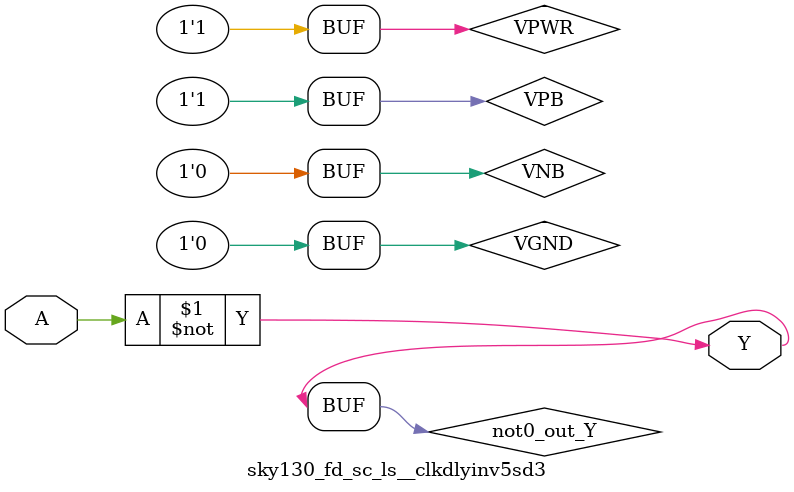
<source format=v>
/*
 * Copyright 2020 The SkyWater PDK Authors
 *
 * Licensed under the Apache License, Version 2.0 (the "License");
 * you may not use this file except in compliance with the License.
 * You may obtain a copy of the License at
 *
 *     https://www.apache.org/licenses/LICENSE-2.0
 *
 * Unless required by applicable law or agreed to in writing, software
 * distributed under the License is distributed on an "AS IS" BASIS,
 * WITHOUT WARRANTIES OR CONDITIONS OF ANY KIND, either express or implied.
 * See the License for the specific language governing permissions and
 * limitations under the License.
 *
 * SPDX-License-Identifier: Apache-2.0
*/


`ifndef SKY130_FD_SC_LS__CLKDLYINV5SD3_TIMING_V
`define SKY130_FD_SC_LS__CLKDLYINV5SD3_TIMING_V

/**
 * clkdlyinv5sd3: Clock Delay Inverter 5-stage 0.50um length inner
 *                stage gate.
 *
 * Verilog simulation timing model.
 */

`timescale 1ns / 1ps
`default_nettype none

`celldefine
module sky130_fd_sc_ls__clkdlyinv5sd3 (
    Y,
    A
);

    // Module ports
    output Y;
    input  A;

    // Module supplies
    supply1 VPWR;
    supply0 VGND;
    supply1 VPB ;
    supply0 VNB ;

    // Local signals
    wire not0_out_Y;

    //  Name  Output      Other arguments
    not not0 (not0_out_Y, A              );
    buf buf0 (Y         , not0_out_Y     );

endmodule
`endcelldefine

`default_nettype wire
`endif  // SKY130_FD_SC_LS__CLKDLYINV5SD3_TIMING_V

</source>
